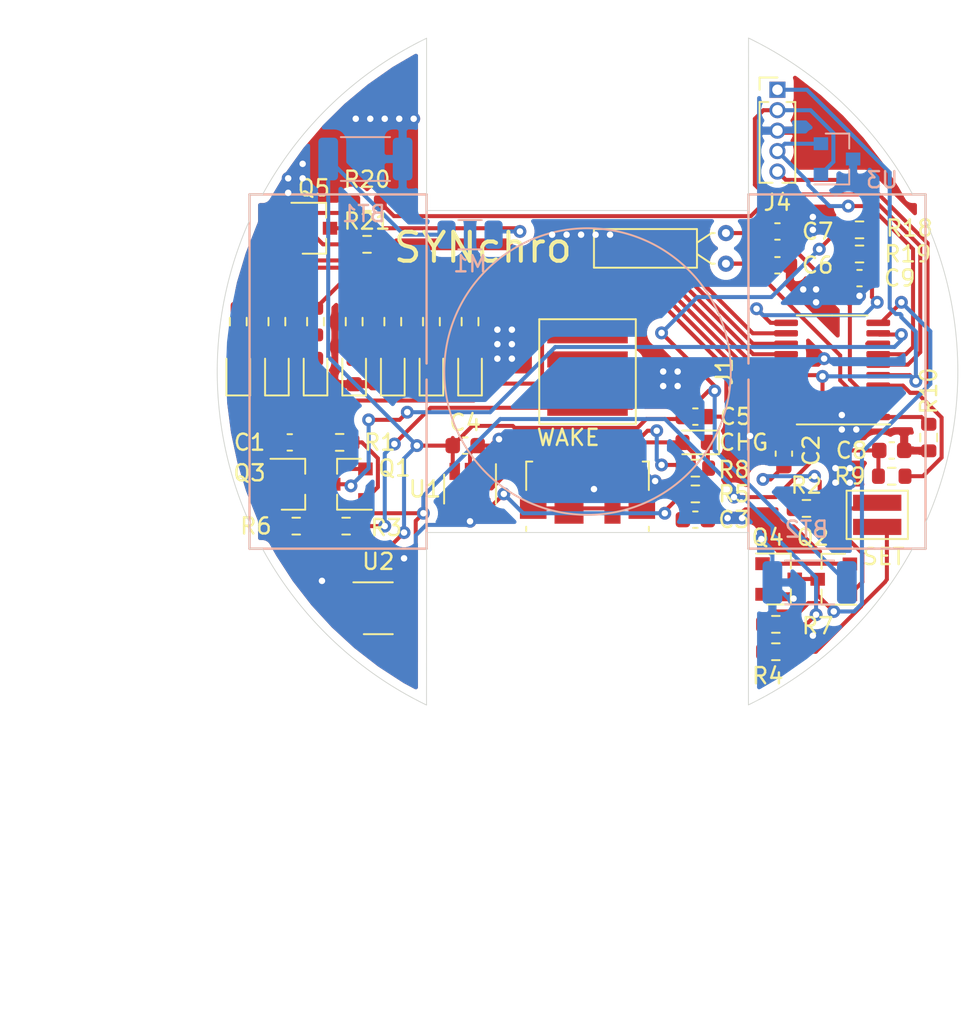
<source format=kicad_pcb>
(kicad_pcb (version 20171130) (host pcbnew 5.1.8-1.fc33)
  (layers (0 F.Cu signal) (31 B.Cu signal) (34 B.Paste user) (35 F.Paste user) (36 B.SilkS user) (37 F.SilkS user) (38 B.Mask user) (39 F.Mask user) (44 Edge.Cuts user))
  (net 0 "")
  (net 1 GND)
  (net 2 "Net-(C3-Pad1)")
  (net 3 "Net-(D2-Pad2)")
  (net 4 "Net-(D3-Pad2)")
  (net 5 "Net-(D4-Pad2)")
  (net 6 "Net-(D5-Pad2)")
  (net 7 "Net-(D6-Pad2)")
  (net 8 "Net-(D7-Pad2)")
  (net 9 "Net-(M1-Pad2)")
  (net 10 CLK)
  (net 11 RST)
  (net 12 DIO)
  (net 13 "Net-(Q1-Pad1)")
  (net 14 VBAT)
  (net 15 "Net-(Core1-Pad20)")
  (net 16 "Net-(Core1-Pad19)")
  (net 17 "Net-(Core1-Pad18)")
  (net 18 "Net-(Core1-Pad17)")
  (net 19 "Net-(Core1-Pad14)")
  (net 20 "Net-(Core1-Pad13)")
  (net 21 "Net-(Core1-Pad12)")
  (net 22 "Net-(Core1-Pad1)")
  (net 23 VIN)
  (net 24 "Net-(C1-Pad1)")
  (net 25 "Net-(C2-Pad1)")
  (net 26 "Net-(C6-Pad1)")
  (net 27 "Net-(C7-Pad1)")
  (net 28 "Net-(Core1-Pad8)")
  (net 29 WAKE)
  (net 30 SET)
  (net 31 "Net-(D1-Pad1)")
  (net 32 "Net-(D8-Pad2)")
  (net 33 "Net-(J1-Pad2)")
  (net 34 "Net-(J2-Pad2)")
  (net 35 "Net-(J3-Pad2)")
  (net 36 "Net-(J3-Pad3)")
  (net 37 "Net-(J3-Pad4)")
  (net 38 "Net-(J3-Pad6)")
  (net 39 "Net-(Q1-Pad2)")
  (net 40 "Net-(Q2-Pad2)")
  (net 41 "Net-(Q2-Pad1)")
  (net 42 "Net-(Q5-Pad1)")
  (net 43 "Net-(R5-Pad1)")
  (net 44 "Net-(R8-Pad2)")
  (net 45 "Net-(U2-Pad4)")
  (net 46 +3V3)
  (module "synchro mk2:touchplateS" (layer F.Cu) (at 248 108.9 90)
    (fp_text reference J2 hide)
    (fp_text value SET)
    (pad 2 smd rect (at -0.75 0 90) (size 1 3) (layers F.Cu F.Paste F.Mask) (net 34 "Net-(J2-Pad2)"))
    (pad 1 smd rect (at 0.75 0 90) (size 1 3) (layers F.Cu F.Paste F.Mask) (net 25 "Net-(C2-Pad1)"))
  )
  (module Crystal:Crystal_DS26_D2.0mm_L6.0mm_Horizontal (layer F.Cu) (at 238.6 91.4 270)
    (fp_text reference Crystal1 hide)
    (fp_text value 32.768)
    (pad 1 thru_hole circle (at 0 0 270) (size 1 1) (drill 0.5) (layers *.Cu *.Mask) (net 27 "Net-(C7-Pad1)"))
    (pad 2 thru_hole circle (at 1.9 0 270) (size 1 1) (drill 0.5) (layers *.Cu *.Mask) (net 26 "Net-(C6-Pad1)"))
  )
  (module Resistor_SMD:R_0603_1608Metric (layer F.Cu) (at 222.7 96.9 90)
    (fp_text reference R17 hide)
    (fp_text value 1k)
    (pad 1 smd roundrect (at -0.825 0 90) (size 0.8 0.95) (layers F.Cu F.Paste F.Mask) (net 32 "Net-(D8-Pad2)"))
    (pad 2 smd roundrect (at 0.825 0 90) (size 0.8 0.95) (layers F.Cu F.Paste F.Mask) (net 15 "Net-(Core1-Pad20)"))
  )
  (module Resistor_SMD:R_2010_5025Metric (layer B.Cu) (at 216.2 86.8)
    (fp_text reference BT1 (at -0.1 3.4) (layer B.SilkS) (effects (justify mirror)))
    (fp_text value Lipo)
    (pad 2 smd roundrect (at 2.3125 0) (size 1.225 2.65) (layers B.Cu B.Paste B.Mask) (roundrect_rratio 0.204082) (net 1 GND))
    (pad 1 smd roundrect (at -2.3125 0) (size 1.225 2.65) (layers B.Cu B.Paste B.Mask) (roundrect_rratio 0.204082) (net 23 VIN))
  )
  (module Resistor_SMD:R_2010_5025Metric (layer B.Cu) (at 243.8 113.1 180)
    (fp_text reference BT2 (at 0.2 3.3) (layer B.SilkS) (effects (justify mirror)))
    (fp_text value Lipo)
    (pad 1 smd roundrect (at -2.3125 0 180) (size 1.225 2.65) (layers B.Cu B.Paste B.Mask) (roundrect_rratio 0.204082) (net 23 VIN))
    (pad 2 smd roundrect (at 2.3125 0 180) (size 1.225 2.65) (layers B.Cu B.Paste B.Mask) (roundrect_rratio 0.204082) (net 1 GND))
  )
  (module Capacitor_SMD:C_0603_1608Metric (layer F.Cu) (at 211.5 104.4 180)
    (fp_text reference C1 (at 2.5 0) (layer F.SilkS))
    (fp_text value 222)
    (pad 1 smd roundrect (at -0.775 0 180) (size 0.9 0.95) (layers F.Cu F.Paste F.Mask) (net 24 "Net-(C1-Pad1)"))
    (pad 2 smd roundrect (at 0.775 0 180) (size 0.9 0.95) (layers F.Cu F.Paste F.Mask) (net 1 GND))
  )
  (module Capacitor_SMD:C_0603_1608Metric (layer F.Cu) (at 242.2 105.1 90)
    (fp_text reference C2 (at 0.2 1.7 90) (layer F.SilkS))
    (fp_text value 222)
    (pad 2 smd roundrect (at 0.775 0 90) (size 0.9 0.95) (layers F.Cu F.Paste F.Mask) (net 1 GND))
    (pad 1 smd roundrect (at -0.775 0 90) (size 0.9 0.95) (layers F.Cu F.Paste F.Mask) (net 25 "Net-(C2-Pad1)"))
  )
  (module Capacitor_SMD:C_0603_1608Metric (layer F.Cu) (at 236.7 109.2)
    (fp_text reference C3 (at 2.4 0) (layer F.SilkS))
    (fp_text value 475)
    (pad 2 smd roundrect (at 0.775 0) (size 0.9 0.95) (layers F.Cu F.Paste F.Mask) (net 1 GND))
    (pad 1 smd roundrect (at -0.775 0) (size 0.9 0.95) (layers F.Cu F.Paste F.Mask) (net 2 "Net-(C3-Pad1)"))
  )
  (module Capacitor_SMD:C_0603_1608Metric (layer F.Cu) (at 222.4 104.6)
    (fp_text reference C4 (at 0 -1.43) (layer F.SilkS))
    (fp_text value 475)
    (pad 1 smd roundrect (at -0.775 0) (size 0.9 0.95) (layers F.Cu F.Paste F.Mask) (net 23 VIN))
    (pad 2 smd roundrect (at 0.775 0) (size 0.9 0.95) (layers F.Cu F.Paste F.Mask) (net 1 GND))
  )
  (module Capacitor_SMD:C_0603_1608Metric (layer F.Cu) (at 236.7 102.8)
    (fp_text reference C5 (at 2.5 0) (layer F.SilkS))
    (fp_text value 225)
    (pad 1 smd roundrect (at -0.775 0) (size 0.9 0.95) (layers F.Cu F.Paste F.Mask) (net 23 VIN))
    (pad 2 smd roundrect (at 0.775 0) (size 0.9 0.95) (layers F.Cu F.Paste F.Mask) (net 1 GND))
  )
  (module Capacitor_SMD:C_0603_1608Metric (layer F.Cu) (at 241.8 93.4)
    (fp_text reference C6 (at 2.5 0) (layer F.SilkS))
    (fp_text value 10p)
    (pad 1 smd roundrect (at -0.775 0) (size 0.9 0.95) (layers F.Cu F.Paste F.Mask) (net 26 "Net-(C6-Pad1)"))
    (pad 2 smd roundrect (at 0.775 0) (size 0.9 0.95) (layers F.Cu F.Paste F.Mask) (net 1 GND))
  )
  (module Capacitor_SMD:C_0603_1608Metric (layer F.Cu) (at 241.8 91.3)
    (fp_text reference C7 (at 2.5 0) (layer F.SilkS))
    (fp_text value 10p)
    (pad 2 smd roundrect (at 0.775 0) (size 0.9 0.95) (layers F.Cu F.Paste F.Mask) (net 1 GND))
    (pad 1 smd roundrect (at -0.775 0) (size 0.9 0.95) (layers F.Cu F.Paste F.Mask) (net 27 "Net-(C7-Pad1)"))
  )
  (module Capacitor_SMD:C_0603_1608Metric (layer F.Cu) (at 248.9 104.9)
    (fp_text reference C8 (at -2.5 0) (layer F.SilkS))
    (fp_text value 225)
    (pad 2 smd roundrect (at 0.775 0) (size 0.9 0.95) (layers F.Cu F.Paste F.Mask) (net 1 GND))
    (pad 1 smd roundrect (at -0.775 0) (size 0.9 0.95) (layers F.Cu F.Paste F.Mask) (net 46 +3V3))
  )
  (module Capacitor_SMD:C_0603_1608Metric (layer F.Cu) (at 246.9 94.2 180)
    (fp_text reference C9 (at -2.5 0) (layer F.SilkS))
    (fp_text value 2.2u)
    (pad 1 smd roundrect (at -0.775 0 180) (size 0.9 0.95) (layers F.Cu F.Paste F.Mask) (net 14 VBAT))
    (pad 2 smd roundrect (at 0.775 0 180) (size 0.9 0.95) (layers F.Cu F.Paste F.Mask) (net 1 GND))
  )
  (module Package_SO:TSSOP-20_4.4x6.5mm_P0.65mm (layer F.Cu) (at 245.2 99.9 180)
    (fp_text reference Core1 hide)
    (fp_text value STM32F041F6Px)
    (pad 1 smd roundrect (at -2.8625 -2.925 180) (size 1.475 0.4) (layers F.Cu F.Paste F.Mask) (net 22 "Net-(Core1-Pad1)"))
    (pad 2 smd roundrect (at -2.8625 -2.275 180) (size 1.475 0.4) (layers F.Cu F.Paste F.Mask) (net 26 "Net-(C6-Pad1)"))
    (pad 3 smd roundrect (at -2.8625 -1.625 180) (size 1.475 0.4) (layers F.Cu F.Paste F.Mask) (net 27 "Net-(C7-Pad1)"))
    (pad 4 smd roundrect (at -2.8625 -0.975 180) (size 1.475 0.4) (layers F.Cu F.Paste F.Mask) (net 11 RST))
    (pad 5 smd roundrect (at -2.8625 -0.325 180) (size 1.475 0.4) (layers F.Cu F.Paste F.Mask) (net 46 +3V3))
    (pad 6 smd roundrect (at -2.8625 0.325 180) (size 1.475 0.4) (layers F.Cu F.Paste F.Mask) (net 10 CLK))
    (pad 7 smd roundrect (at -2.8625 0.975 180) (size 1.475 0.4) (layers F.Cu F.Paste F.Mask) (net 12 DIO))
    (pad 8 smd roundrect (at -2.8625 1.625 180) (size 1.475 0.4) (layers F.Cu F.Paste F.Mask) (net 28 "Net-(Core1-Pad8)"))
    (pad 9 smd roundrect (at -2.8625 2.275 180) (size 1.475 0.4) (layers F.Cu F.Paste F.Mask) (net 29 WAKE))
    (pad 10 smd roundrect (at -2.8625 2.925 180) (size 1.475 0.4) (layers F.Cu F.Paste F.Mask) (net 30 SET))
    (pad 11 smd roundrect (at 2.8625 2.925 180) (size 1.475 0.4) (layers F.Cu F.Paste F.Mask) (net 14 VBAT))
    (pad 12 smd roundrect (at 2.8625 2.275 180) (size 1.475 0.4) (layers F.Cu F.Paste F.Mask) (net 21 "Net-(Core1-Pad12)"))
    (pad 13 smd roundrect (at 2.8625 1.625 180) (size 1.475 0.4) (layers F.Cu F.Paste F.Mask) (net 20 "Net-(Core1-Pad13)"))
    (pad 14 smd roundrect (at 2.8625 0.975 180) (size 1.475 0.4) (layers F.Cu F.Paste F.Mask) (net 19 "Net-(Core1-Pad14)"))
    (pad 15 smd roundrect (at 2.8625 0.325 180) (size 1.475 0.4) (layers F.Cu F.Paste F.Mask) (net 1 GND))
    (pad 16 smd roundrect (at 2.8625 -0.325 180) (size 1.475 0.4) (layers F.Cu F.Paste F.Mask) (net 46 +3V3))
    (pad 17 smd roundrect (at 2.8625 -0.975 180) (size 1.475 0.4) (layers F.Cu F.Paste F.Mask) (net 18 "Net-(Core1-Pad17)"))
    (pad 18 smd roundrect (at 2.8625 -1.625 180) (size 1.475 0.4) (layers F.Cu F.Paste F.Mask) (net 17 "Net-(Core1-Pad18)"))
    (pad 19 smd roundrect (at 2.8625 -2.275 180) (size 1.475 0.4) (layers F.Cu F.Paste F.Mask) (net 16 "Net-(Core1-Pad19)"))
    (pad 20 smd roundrect (at 2.8625 -2.925 180) (size 1.475 0.4) (layers F.Cu F.Paste F.Mask) (net 15 "Net-(Core1-Pad20)"))
  )
  (module Diode_SMD:D_0603_1608Metric (layer F.Cu) (at 236.6875 104.4 180)
    (fp_text reference D1 hide)
    (fp_text value UV)
    (pad 1 smd roundrect (at -0.7875 0 180) (size 0.875 0.95) (layers F.Cu F.Paste F.Mask) (net 31 "Net-(D1-Pad1)"))
    (pad 2 smd roundrect (at 0.7875 0 180) (size 0.875 0.95) (layers F.Cu F.Paste F.Mask) (net 2 "Net-(C3-Pad1)"))
  )
  (module LED_SMD:LED_0603_1608Metric (layer F.Cu) (at 208.3 100 90)
    (fp_text reference D2 hide)
    (fp_text value LED0)
    (pad 1 smd roundrect (at -0.7875 0 90) (size 0.875 0.95) (layers F.Cu F.Paste F.Mask) (net 1 GND))
    (pad 2 smd roundrect (at 0.7875 0 90) (size 0.875 0.95) (layers F.Cu F.Paste F.Mask) (net 3 "Net-(D2-Pad2)"))
  )
  (module LED_SMD:LED_0603_1608Metric (layer F.Cu) (at 210.7 100 90)
    (fp_text reference D3 hide)
    (fp_text value LED1)
    (pad 2 smd roundrect (at 0.7875 0 90) (size 0.875 0.95) (layers F.Cu F.Paste F.Mask) (net 4 "Net-(D3-Pad2)"))
    (pad 1 smd roundrect (at -0.7875 0 90) (size 0.875 0.95) (layers F.Cu F.Paste F.Mask) (net 1 GND))
  )
  (module LED_SMD:LED_0603_1608Metric (layer F.Cu) (at 213.1 100 90)
    (fp_text reference D4 hide)
    (fp_text value LED2)
    (pad 1 smd roundrect (at -0.7875 0 90) (size 0.875 0.95) (layers F.Cu F.Paste F.Mask) (net 1 GND))
    (pad 2 smd roundrect (at 0.7875 0 90) (size 0.875 0.95) (layers F.Cu F.Paste F.Mask) (net 5 "Net-(D4-Pad2)"))
  )
  (module LED_SMD:LED_0603_1608Metric (layer F.Cu) (at 215.5 100 90)
    (fp_text reference D5 hide)
    (fp_text value LED3)
    (pad 2 smd roundrect (at 0.7875 0 90) (size 0.875 0.95) (layers F.Cu F.Paste F.Mask) (net 6 "Net-(D5-Pad2)"))
    (pad 1 smd roundrect (at -0.7875 0 90) (size 0.875 0.95) (layers F.Cu F.Paste F.Mask) (net 1 GND))
  )
  (module LED_SMD:LED_0603_1608Metric (layer F.Cu) (at 217.9 100 90)
    (fp_text reference D6 hide)
    (fp_text value LED4)
    (pad 1 smd roundrect (at -0.7875 0 90) (size 0.875 0.95) (layers F.Cu F.Paste F.Mask) (net 1 GND))
    (pad 2 smd roundrect (at 0.7875 0 90) (size 0.875 0.95) (layers F.Cu F.Paste F.Mask) (net 7 "Net-(D6-Pad2)"))
  )
  (module LED_SMD:LED_0603_1608Metric (layer F.Cu) (at 220.3 100 90)
    (fp_text reference D7 hide)
    (fp_text value LED5)
    (pad 2 smd roundrect (at 0.7875 0 90) (size 0.875 0.95) (layers F.Cu F.Paste F.Mask) (net 8 "Net-(D7-Pad2)"))
    (pad 1 smd roundrect (at -0.7875 0 90) (size 0.875 0.95) (layers F.Cu F.Paste F.Mask) (net 1 GND))
  )
  (module LED_SMD:LED_0603_1608Metric (layer F.Cu) (at 222.7 100 90)
    (fp_text reference D8 hide)
    (fp_text value LED6)
    (pad 1 smd roundrect (at -0.7875 0 90) (size 0.875 0.95) (layers F.Cu F.Paste F.Mask) (net 1 GND))
    (pad 2 smd roundrect (at 0.7875 0 90) (size 0.875 0.95) (layers F.Cu F.Paste F.Mask) (net 32 "Net-(D8-Pad2)"))
  )
  (module Connector_USB:USB_Micro-B_Molex_47346-0001 (layer F.Cu) (at 230 107.3)
    (fp_text reference J3 hide)
    (fp_text value USB_B_Micro)
    (pad 1 smd rect (at -1.3 -1.46) (size 0.45 1.38) (layers F.Cu F.Paste F.Mask) (net 2 "Net-(C3-Pad1)"))
    (pad 2 smd rect (at -0.65 -1.46) (size 0.45 1.38) (layers F.Cu F.Paste F.Mask) (net 35 "Net-(J3-Pad2)"))
    (pad 3 smd rect (at 0 -1.46) (size 0.45 1.38) (layers F.Cu F.Paste F.Mask) (net 36 "Net-(J3-Pad3)"))
    (pad 4 smd rect (at 0.65 -1.46) (size 0.45 1.38) (layers F.Cu F.Paste F.Mask) (net 37 "Net-(J3-Pad4)"))
    (pad 5 smd rect (at 1.3 -1.46) (size 0.45 1.38) (layers F.Cu F.Paste F.Mask) (net 1 GND))
    (pad 6 smd rect (at -2.4875 -1.375) (size 1.425 1.55) (layers F.Cu F.Paste F.Mask) (net 38 "Net-(J3-Pad6)"))
    (pad 6 smd rect (at 2.4875 -1.375) (size 1.425 1.55) (layers F.Cu F.Paste F.Mask) (net 38 "Net-(J3-Pad6)"))
    (pad 6 smd rect (at -3.375 1.2) (size 1.65 1.3) (layers F.Cu F.Paste F.Mask) (net 38 "Net-(J3-Pad6)"))
    (pad 6 smd rect (at 3.375 1.2) (size 1.65 1.3) (layers F.Cu F.Paste F.Mask) (net 38 "Net-(J3-Pad6)"))
    (pad 6 smd rect (at -1.15 1.2) (size 1.8 1.9) (layers F.Cu F.Paste F.Mask) (net 38 "Net-(J3-Pad6)"))
    (pad 6 smd rect (at 1.55 1.2) (size 1 1.9) (layers F.Cu F.Paste F.Mask) (net 38 "Net-(J3-Pad6)"))
  )
  (module Connector_PinHeader_1.27mm:PinHeader_1x05_P1.27mm_Vertical (layer F.Cu) (at 241.8 82.5)
    (fp_text reference J4 (at 0 7) (layer F.SilkS))
    (fp_text value programming)
    (pad 1 thru_hole rect (at 0 0) (size 1 1) (drill 0.65) (layers *.Cu *.Mask) (net 46 +3V3))
    (pad 2 thru_hole oval (at 0 1.27) (size 1 1) (drill 0.65) (layers *.Cu *.Mask) (net 10 CLK))
    (pad 3 thru_hole oval (at 0 2.54) (size 1 1) (drill 0.65) (layers *.Cu *.Mask) (net 1 GND))
    (pad 4 thru_hole oval (at 0 3.81) (size 1 1) (drill 0.65) (layers *.Cu *.Mask) (net 12 DIO))
    (pad 5 thru_hole oval (at 0 5.08) (size 1 1) (drill 0.65) (layers *.Cu *.Mask) (net 11 RST))
  )
  (module Resistor_SMD:R_1206_3216Metric (layer B.Cu) (at 222.7 91.5)
    (fp_text reference M1 (at 0 1.82) (layer B.SilkS) (effects (justify mirror)))
    (fp_text value Motor_DC)
    (pad 1 smd roundrect (at -1.4625 0) (size 1.125 1.75) (layers B.Cu B.Paste B.Mask) (roundrect_rratio 0.222222) (net 23 VIN))
    (pad 2 smd roundrect (at 1.4625 0) (size 1.125 1.75) (layers B.Cu B.Paste B.Mask) (roundrect_rratio 0.222222) (net 9 "Net-(M1-Pad2)"))
  )
  (module Package_TO_SOT_SMD:SOT-23 (layer F.Cu) (at 215.2 107 180)
    (fp_text reference Q1 (at -2.8 1) (layer F.SilkS))
    (fp_text value BC817)
    (pad 1 smd rect (at -1 -0.95 180) (size 0.9 0.8) (layers F.Cu F.Paste F.Mask) (net 13 "Net-(Q1-Pad1)"))
    (pad 2 smd rect (at -1 0.95 180) (size 0.9 0.8) (layers F.Cu F.Paste F.Mask) (net 39 "Net-(Q1-Pad2)"))
    (pad 3 smd rect (at 1 0 180) (size 0.9 0.8) (layers F.Cu F.Paste F.Mask) (net 29 WAKE))
  )
  (module Package_TO_SOT_SMD:SOT-23 (layer F.Cu) (at 245.3 112.9 180)
    (fp_text reference Q2 (at 1.3 2.6) (layer F.SilkS))
    (fp_text value BC817)
    (pad 3 smd rect (at 1 0 180) (size 0.9 0.8) (layers F.Cu F.Paste F.Mask) (net 30 SET))
    (pad 2 smd rect (at -1 0.95 180) (size 0.9 0.8) (layers F.Cu F.Paste F.Mask) (net 40 "Net-(Q2-Pad2)"))
    (pad 1 smd rect (at -1 -0.95 180) (size 0.9 0.8) (layers F.Cu F.Paste F.Mask) (net 41 "Net-(Q2-Pad1)"))
  )
  (module Package_TO_SOT_SMD:SOT-23 (layer F.Cu) (at 211.7 107)
    (fp_text reference Q3 (at -2.7 -0.7) (layer F.SilkS))
    (fp_text value BC817)
    (pad 3 smd rect (at 1 0) (size 0.9 0.8) (layers F.Cu F.Paste F.Mask) (net 29 WAKE))
    (pad 2 smd rect (at -1 0.95) (size 0.9 0.8) (layers F.Cu F.Paste F.Mask) (net 1 GND))
    (pad 1 smd rect (at -1 -0.95) (size 0.9 0.8) (layers F.Cu F.Paste F.Mask) (net 39 "Net-(Q1-Pad2)"))
  )
  (module Package_TO_SOT_SMD:SOT-23 (layer F.Cu) (at 241.875001 112.885001)
    (fp_text reference Q4 (at -0.675001 -2.585001) (layer F.SilkS))
    (fp_text value BC817)
    (pad 1 smd rect (at -1 -0.95) (size 0.9 0.8) (layers F.Cu F.Paste F.Mask) (net 40 "Net-(Q2-Pad2)"))
    (pad 2 smd rect (at -1 0.95) (size 0.9 0.8) (layers F.Cu F.Paste F.Mask) (net 1 GND))
    (pad 3 smd rect (at 1 0) (size 0.9 0.8) (layers F.Cu F.Paste F.Mask) (net 30 SET))
  )
  (module Package_TO_SOT_SMD:SOT-23 (layer F.Cu) (at 213 91.1)
    (fp_text reference Q5 (at 0 -2.5) (layer F.SilkS))
    (fp_text value IRLML0030TR)
    (pad 3 smd rect (at 1 0) (size 0.9 0.8) (layers F.Cu F.Paste F.Mask) (net 9 "Net-(M1-Pad2)"))
    (pad 2 smd rect (at -1 0.95) (size 0.9 0.8) (layers F.Cu F.Paste F.Mask) (net 1 GND))
    (pad 1 smd rect (at -1 -0.95) (size 0.9 0.8) (layers F.Cu F.Paste F.Mask) (net 42 "Net-(Q5-Pad1)"))
  )
  (module Resistor_SMD:R_0603_1608Metric (layer F.Cu) (at 214.6 104.4 180)
    (fp_text reference R1 (at -2.5 0) (layer F.SilkS))
    (fp_text value 100k)
    (pad 1 smd roundrect (at -0.825 0 180) (size 0.8 0.95) (layers F.Cu F.Paste F.Mask) (net 13 "Net-(Q1-Pad1)"))
    (pad 2 smd roundrect (at 0.825 0 180) (size 0.8 0.95) (layers F.Cu F.Paste F.Mask) (net 24 "Net-(C1-Pad1)"))
  )
  (module Resistor_SMD:R_0603_1608Metric (layer F.Cu) (at 243.6 108.5)
    (fp_text reference R2 (at 0 -1.43) (layer F.SilkS))
    (fp_text value 100k)
    (pad 1 smd roundrect (at -0.825 0) (size 0.8 0.95) (layers F.Cu F.Paste F.Mask) (net 41 "Net-(Q2-Pad1)"))
    (pad 2 smd roundrect (at 0.825 0) (size 0.8 0.95) (layers F.Cu F.Paste F.Mask) (net 25 "Net-(C2-Pad1)"))
  )
  (module Resistor_SMD:R_0603_1608Metric (layer F.Cu) (at 215 109.6)
    (fp_text reference R3 (at 2.5 0.1) (layer F.SilkS))
    (fp_text value 100k)
    (pad 2 smd roundrect (at 0.825 0) (size 0.8 0.95) (layers F.Cu F.Paste F.Mask) (net 33 "Net-(J1-Pad2)"))
    (pad 1 smd roundrect (at -0.825 0) (size 0.8 0.95) (layers F.Cu F.Paste F.Mask) (net 46 +3V3))
  )
  (module Resistor_SMD:R_0603_1608Metric (layer F.Cu) (at 241.7 117.4)
    (fp_text reference R4 (at -0.5 1.5) (layer F.SilkS))
    (fp_text value 100k)
    (pad 2 smd roundrect (at 0.825 0) (size 0.8 0.95) (layers F.Cu F.Paste F.Mask) (net 34 "Net-(J2-Pad2)"))
    (pad 1 smd roundrect (at -0.825 0) (size 0.8 0.95) (layers F.Cu F.Paste F.Mask) (net 46 +3V3))
  )
  (module Resistor_SMD:R_0603_1608Metric (layer F.Cu) (at 236.7 107.6)
    (fp_text reference R5 (at 2.4 0) (layer F.SilkS))
    (fp_text value 12k)
    (pad 2 smd roundrect (at 0.825 0) (size 0.8 0.95) (layers F.Cu F.Paste F.Mask) (net 1 GND))
    (pad 1 smd roundrect (at -0.825 0) (size 0.8 0.95) (layers F.Cu F.Paste F.Mask) (net 43 "Net-(R5-Pad1)"))
  )
  (module Resistor_SMD:R_0603_1608Metric (layer F.Cu) (at 211.9 109.6)
    (fp_text reference R6 (at -2.5 0) (layer F.SilkS))
    (fp_text value 39k)
    (pad 2 smd roundrect (at 0.825 0) (size 0.8 0.95) (layers F.Cu F.Paste F.Mask) (net 46 +3V3))
    (pad 1 smd roundrect (at -0.825 0) (size 0.8 0.95) (layers F.Cu F.Paste F.Mask) (net 29 WAKE))
  )
  (module Resistor_SMD:R_0603_1608Metric (layer F.Cu) (at 241.7 115.7)
    (fp_text reference R7 (at 2.6 0.1) (layer F.SilkS))
    (fp_text value 39k)
    (pad 1 smd roundrect (at -0.825 0) (size 0.8 0.95) (layers F.Cu F.Paste F.Mask) (net 30 SET))
    (pad 2 smd roundrect (at 0.825 0) (size 0.8 0.95) (layers F.Cu F.Paste F.Mask) (net 46 +3V3))
  )
  (module Resistor_SMD:R_0603_1608Metric (layer F.Cu) (at 236.7 106 180)
    (fp_text reference R8 (at -2.4 -0.1) (layer F.SilkS))
    (fp_text value 470R)
    (pad 1 smd roundrect (at -0.825 0 180) (size 0.8 0.95) (layers F.Cu F.Paste F.Mask) (net 31 "Net-(D1-Pad1)"))
    (pad 2 smd roundrect (at 0.825 0 180) (size 0.8 0.95) (layers F.Cu F.Paste F.Mask) (net 44 "Net-(R8-Pad2)"))
  )
  (module Resistor_SMD:R_0603_1608Metric (layer F.Cu) (at 248.9 106.5)
    (fp_text reference R9 (at -2.6 0) (layer F.SilkS))
    (fp_text value 10k)
    (pad 1 smd roundrect (at -0.825 0) (size 0.8 0.95) (layers F.Cu F.Paste F.Mask) (net 46 +3V3))
    (pad 2 smd roundrect (at 0.825 0) (size 0.8 0.95) (layers F.Cu F.Paste F.Mask) (net 11 RST))
  )
  (module Resistor_SMD:R_0603_1608Metric (layer F.Cu) (at 251.2 104.1 270)
    (fp_text reference R10 (at -2.9 0 90) (layer F.SilkS))
    (fp_text value 10k)
    (pad 2 smd roundrect (at 0.825 0 270) (size 0.8 0.95) (layers F.Cu F.Paste F.Mask) (net 1 GND))
    (pad 1 smd roundrect (at -0.825 0 270) (size 0.8 0.95) (layers F.Cu F.Paste F.Mask) (net 22 "Net-(Core1-Pad1)"))
  )
  (module Resistor_SMD:R_0603_1608Metric (layer F.Cu) (at 208.3 96.9 90)
    (fp_text reference R11 hide)
    (fp_text value 1k)
    (pad 1 smd roundrect (at -0.825 0 90) (size 0.8 0.95) (layers F.Cu F.Paste F.Mask) (net 3 "Net-(D2-Pad2)"))
    (pad 2 smd roundrect (at 0.825 0 90) (size 0.8 0.95) (layers F.Cu F.Paste F.Mask) (net 21 "Net-(Core1-Pad12)"))
  )
  (module Resistor_SMD:R_0603_1608Metric (layer F.Cu) (at 210.7 96.9 90)
    (fp_text reference R12 hide)
    (fp_text value 1k)
    (pad 2 smd roundrect (at 0.825 0 90) (size 0.8 0.95) (layers F.Cu F.Paste F.Mask) (net 20 "Net-(Core1-Pad13)"))
    (pad 1 smd roundrect (at -0.825 0 90) (size 0.8 0.95) (layers F.Cu F.Paste F.Mask) (net 4 "Net-(D3-Pad2)"))
  )
  (module Resistor_SMD:R_0603_1608Metric (layer F.Cu) (at 213.1 96.9 90)
    (fp_text reference R13 hide)
    (fp_text value 1k)
    (pad 1 smd roundrect (at -0.825 0 90) (size 0.8 0.95) (layers F.Cu F.Paste F.Mask) (net 5 "Net-(D4-Pad2)"))
    (pad 2 smd roundrect (at 0.825 0 90) (size 0.8 0.95) (layers F.Cu F.Paste F.Mask) (net 19 "Net-(Core1-Pad14)"))
  )
  (module Resistor_SMD:R_0603_1608Metric (layer F.Cu) (at 215.5 96.9 90)
    (fp_text reference R14 hide)
    (fp_text value 1k)
    (pad 2 smd roundrect (at 0.825 0 90) (size 0.8 0.95) (layers F.Cu F.Paste F.Mask) (net 18 "Net-(Core1-Pad17)"))
    (pad 1 smd roundrect (at -0.825 0 90) (size 0.8 0.95) (layers F.Cu F.Paste F.Mask) (net 6 "Net-(D5-Pad2)"))
  )
  (module Resistor_SMD:R_0603_1608Metric (layer F.Cu) (at 217.9 96.9 90)
    (fp_text reference R15 hide)
    (fp_text value 1k)
    (pad 1 smd roundrect (at -0.825 0 90) (size 0.8 0.95) (layers F.Cu F.Paste F.Mask) (net 7 "Net-(D6-Pad2)"))
    (pad 2 smd roundrect (at 0.825 0 90) (size 0.8 0.95) (layers F.Cu F.Paste F.Mask) (net 17 "Net-(Core1-Pad18)"))
  )
  (module Resistor_SMD:R_0603_1608Metric (layer F.Cu) (at 220.3 96.9 90)
    (fp_text reference R16 hide)
    (fp_text value 1k)
    (pad 2 smd roundrect (at 0.825 0 90) (size 0.8 0.95) (layers F.Cu F.Paste F.Mask) (net 16 "Net-(Core1-Pad19)"))
    (pad 1 smd roundrect (at -0.825 0 90) (size 0.8 0.95) (layers F.Cu F.Paste F.Mask) (net 8 "Net-(D7-Pad2)"))
  )
  (module Resistor_SMD:R_0603_1608Metric (layer F.Cu) (at 246.9 91.2)
    (fp_text reference R18 (at 3.1 -0.1) (layer F.SilkS))
    (fp_text value 47k)
    (pad 2 smd roundrect (at 0.825 0) (size 0.8 0.95) (layers F.Cu F.Paste F.Mask) (net 14 VBAT))
    (pad 1 smd roundrect (at -0.825 0) (size 0.8 0.95) (layers F.Cu F.Paste F.Mask) (net 23 VIN))
  )
  (module Resistor_SMD:R_0603_1608Metric (layer F.Cu) (at 246.9 92.7 180)
    (fp_text reference R19 (at -3 0) (layer F.SilkS))
    (fp_text value 47k)
    (pad 2 smd roundrect (at 0.825 0 180) (size 0.8 0.95) (layers F.Cu F.Paste F.Mask) (net 1 GND))
    (pad 1 smd roundrect (at -0.825 0 180) (size 0.8 0.95) (layers F.Cu F.Paste F.Mask) (net 14 VBAT))
  )
  (module Resistor_SMD:R_0603_1608Metric (layer F.Cu) (at 216.3 89.5)
    (fp_text reference R20 (at 0 -1.43) (layer F.SilkS))
    (fp_text value 220R)
    (pad 1 smd roundrect (at -0.825 0) (size 0.8 0.95) (layers F.Cu F.Paste F.Mask) (net 42 "Net-(Q5-Pad1)"))
    (pad 2 smd roundrect (at 0.825 0) (size 0.8 0.95) (layers F.Cu F.Paste F.Mask) (net 10 CLK))
  )
  (module Resistor_SMD:R_0603_1608Metric (layer F.Cu) (at 216.3 92.1)
    (fp_text reference R21 (at 0 -1.43) (layer F.SilkS))
    (fp_text value 15k)
    (pad 1 smd roundrect (at -0.825 0) (size 0.8 0.95) (layers F.Cu F.Paste F.Mask) (net 42 "Net-(Q5-Pad1)"))
    (pad 2 smd roundrect (at 0.825 0) (size 0.8 0.95) (layers F.Cu F.Paste F.Mask) (net 1 GND))
  )
  (module Package_TO_SOT_SMD:SOT-23-5 (layer F.Cu) (at 222.7 107.3 270)
    (fp_text reference U1 (at 0 2.8 180) (layer F.SilkS))
    (fp_text value MCP73831-2-OT)
    (pad 5 smd rect (at 1.1 -0.95 270) (size 1.06 0.65) (layers F.Cu F.Paste F.Mask) (net 43 "Net-(R5-Pad1)"))
    (pad 4 smd rect (at 1.1 0.95 270) (size 1.06 0.65) (layers F.Cu F.Paste F.Mask) (net 2 "Net-(C3-Pad1)"))
    (pad 3 smd rect (at -1.1 0.95 270) (size 1.06 0.65) (layers F.Cu F.Paste F.Mask) (net 23 VIN))
    (pad 2 smd rect (at -1.1 0 270) (size 1.06 0.65) (layers F.Cu F.Paste F.Mask) (net 1 GND))
    (pad 1 smd rect (at -1.1 -0.95 270) (size 1.06 0.65) (layers F.Cu F.Paste F.Mask) (net 44 "Net-(R8-Pad2)"))
  )
  (module Package_TO_SOT_SMD:SOT-23-5 (layer F.Cu) (at 217 114.7)
    (fp_text reference U2 (at 0 -2.9) (layer F.SilkS))
    (fp_text value TC1185-3.3)
    (pad 1 smd rect (at -1.1 -0.95) (size 1.06 0.65) (layers F.Cu F.Paste F.Mask) (net 23 VIN))
    (pad 2 smd rect (at -1.1 0) (size 1.06 0.65) (layers F.Cu F.Paste F.Mask) (net 1 GND))
    (pad 3 smd rect (at -1.1 0.95) (size 1.06 0.65) (layers F.Cu F.Paste F.Mask) (net 23 VIN))
    (pad 4 smd rect (at 1.1 0.95) (size 1.06 0.65) (layers F.Cu F.Paste F.Mask) (net 45 "Net-(U2-Pad4)"))
    (pad 5 smd rect (at 1.1 -0.95) (size 1.06 0.65) (layers F.Cu F.Paste F.Mask) (net 46 +3V3))
  )
  (module Package_TO_SOT_SMD:SOT-23 (layer B.Cu) (at 245.5 86.8)
    (fp_text reference U3 (at 2.8 1.3) (layer B.SilkS) (effects (justify mirror)))
    (fp_text value SS311PT)
    (pad 1 smd rect (at -1 0.95) (size 0.9 0.8) (layers B.Cu B.Paste B.Mask) (net 10 CLK))
    (pad 2 smd rect (at -1 -0.95) (size 0.9 0.8) (layers B.Cu B.Paste B.Mask) (net 12 DIO))
    (pad 3 smd rect (at 1 0) (size 0.9 0.8) (layers B.Cu B.Paste B.Mask) (net 1 GND))
  )
  (module "synchro mk2:touchplate" (layer F.Cu) (at 230 100 270)
    (fp_text reference J1 (at 0 -8.5 90) (layer F.SilkS))
    (fp_text value WAKE)
    (pad 1 smd rect (at -2.25 0 270) (size 1 5) (layers F.Cu F.Paste F.Mask) (net 24 "Net-(C1-Pad1)"))
    (pad 2 smd rect (at -0.75 0 270) (size 1 5) (layers F.Cu F.Paste F.Mask) (net 33 "Net-(J1-Pad2)"))
    (pad 1 smd rect (at 0.75 0 270) (size 1 5) (layers F.Cu F.Paste F.Mask) (net 24 "Net-(C1-Pad1)"))
    (pad 2 smd rect (at 2.25 0 270) (size 1 5) (layers F.Cu F.Paste F.Mask) (net 33 "Net-(J1-Pad2)"))
  )
  (gr_line (start 250.2 89) (end 251 89) (layer Edge.Cuts) (width 0.05))
  (gr_line (start 251 89) (end 251 90.6) (layer Edge.Cuts) (width 0.05))
  (gr_line (start 209.8 111) (end 209 111) (layer Edge.Cuts) (width 0.05))
  (gr_line (start 209 111) (end 209 109.4) (layer Edge.Cuts) (width 0.05))
  (gr_line (start 250.189496 110.99428) (end 251 111) (layer Edge.Cuts) (width 0.05))
  (gr_line (start 251 111) (end 251 109.4) (layer Edge.Cuts) (width 0.05))
  (gr_text SET (at 248.4 111.5) (layer F.SilkS) (effects (font (size 1 1))))
  (gr_text WAKE (at 228.8 104.1) (layer F.SilkS) (effects (font (size 1 1))))
  (gr_text SYNchro (at 223.5 92.3) (layer F.SilkS) (effects (font (size 1.8 1.8) (thickness 0.25))))
  (gr_arc (start 230 100) (end 209 90.6) (angle -48.22839708) (layer Edge.Cuts) (width 0.05))
  (gr_line (start 209 111) (end 209 89) (layer B.SilkS) (width 0.15))
  (gr_line (start 220 89) (end 220 99.5) (layer B.SilkS) (width 0.15))
  (gr_line (start 209 89) (end 209 90.6) (layer Edge.Cuts) (width 0.05))
  (gr_text CHG (at 239.7 104.4) (layer F.SilkS) (effects (font (size 1 1))))
  (gr_arc (start 230 100) (end 251 109.4) (angle -48.22839708) (layer Edge.Cuts) (width 0.05))
  (gr_line (start 209.810505 89.00572) (end 209 89) (layer Edge.Cuts) (width 0.05))
  (gr_arc (start 230 100) (end 250.2 89) (angle -35.64449793) (layer Edge.Cuts) (width 0.05))
  (gr_arc (start 230 100) (end 239.999999 120.699999) (angle -35.64449592) (layer Edge.Cuts) (width 0.05))
  (gr_arc (start 230 100) (end 209.8 111) (angle -35.64449012) (layer Edge.Cuts) (width 0.05))
  (gr_arc (start 230 100) (end 220.000001 79.300002) (angle -35.64449483) (layer Edge.Cuts) (width 0.05))
  (gr_line (start 240 110) (end 239.999999 120.699999) (layer Edge.Cuts) (width 0.05))
  (gr_line (start 220 110) (end 240 110) (layer Edge.Cuts) (width 0.05))
  (gr_line (start 219.994796 120.710768) (end 220 110) (layer Edge.Cuts) (width 0.05))
  (gr_line (start 220 90) (end 220.000001 79.300002) (layer Edge.Cuts) (width 0.05))
  (gr_line (start 240 90) (end 220 90) (layer Edge.Cuts) (width 0.05))
  (gr_line (start 240.005201 79.289231) (end 240 90) (layer Edge.Cuts) (width 0.05))
  (gr_line (start 209 89) (end 220 89) (layer B.SilkS) (width 0.15))
  (gr_line (start 220 111) (end 209 111) (layer B.SilkS) (width 0.15))
  (gr_line (start 220 100.5) (end 220 111) (layer B.SilkS) (width 0.15))
  (gr_line (start 240 99.5) (end 240 89) (layer B.SilkS) (width 0.15))
  (gr_circle (center 230 100) (end 238.9 100) (layer B.SilkS) (width 0.12))
  (gr_line (start 240 89) (end 251 89) (layer B.SilkS) (width 0.15))
  (gr_line (start 251 111) (end 240 111) (layer B.SilkS) (width 0.15))
  (gr_line (start 251 89) (end 251 111) (layer B.SilkS) (width 0.15))
  (gr_line (start 240 111) (end 240 100.5) (layer B.SilkS) (width 0.15))
  (via (at 217.4 84.3) (size 0.8) (drill 0.4) (layers F.Cu B.Cu) (net 1))
  (via (at 218.3 84.3) (size 0.8) (drill 0.4) (layers F.Cu B.Cu) (net 1))
  (via (at 230.4 107.3) (size 0.8) (drill 0.4) (layers F.Cu B.Cu) (net 1))
  (segment (start 230.78 107.3) (end 230.4 107.3) (width 0.25) (layer F.Cu) (net 1))
  (segment (start 231.3 106.78) (end 230.78 107.3) (width 0.25) (layer F.Cu) (net 1))
  (segment (start 231.3 105.84) (end 231.3 106.78) (width 0.25) (layer F.Cu) (net 1))
  (segment (start 233.7 107.3) (end 234.2 106.8) (width 0.25) (layer B.Cu) (net 1))
  (via (at 234.2 106.8) (size 0.8) (drill 0.4) (layers F.Cu B.Cu) (net 1))
  (segment (start 230.4 107.3) (end 233.7 107.3) (width 0.25) (layer B.Cu) (net 1))
  (segment (start 209.924999 105.200001) (end 210.725 104.4) (width 0.25) (layer F.Cu) (net 1))
  (segment (start 209.924999 107.174999) (end 209.924999 105.200001) (width 0.25) (layer F.Cu) (net 1))
  (segment (start 210.7 107.95) (end 209.924999 107.174999) (width 0.25) (layer F.Cu) (net 1))
  (segment (start 222.7 105.075) (end 223.175 104.6) (width 0.25) (layer F.Cu) (net 1))
  (segment (start 222.7 106.2) (end 222.7 105.075) (width 0.25) (layer F.Cu) (net 1))
  (via (at 224.5 104.2) (size 0.8) (drill 0.4) (layers F.Cu B.Cu) (net 1))
  (via (at 244.7 99.2) (size 0.8) (drill 0.4) (layers F.Cu B.Cu) (net 1))
  (segment (start 244.325 99.575) (end 244.7 99.2) (width 0.25) (layer F.Cu) (net 1))
  (segment (start 242.3375 99.575) (end 244.325 99.575) (width 0.25) (layer F.Cu) (net 1))
  (via (at 224.4 98.3) (size 0.8) (drill 0.4) (layers F.Cu B.Cu) (net 1))
  (via (at 224.4 99.2) (size 0.8) (drill 0.4) (layers F.Cu B.Cu) (net 1))
  (via (at 225.3 99.2) (size 0.8) (drill 0.4) (layers F.Cu B.Cu) (net 1))
  (via (at 225.3 98.3) (size 0.8) (drill 0.4) (layers F.Cu B.Cu) (net 1))
  (via (at 225.3 97.4) (size 0.8) (drill 0.4) (layers F.Cu B.Cu) (net 1))
  (via (at 224.4 97.4) (size 0.8) (drill 0.4) (layers F.Cu B.Cu) (net 1))
  (via (at 213.5 113) (size 0.8) (drill 0.4) (layers F.Cu B.Cu) (net 1))
  (segment (start 215.2 114.7) (end 213.5 113) (width 0.25) (layer F.Cu) (net 1))
  (segment (start 215.9 114.7) (end 215.2 114.7) (width 0.25) (layer F.Cu) (net 1))
  (via (at 243.4 94.9) (size 0.8) (drill 0.4) (layers F.Cu B.Cu) (net 1))
  (via (at 244.2 94.9) (size 0.8) (drill 0.4) (layers F.Cu B.Cu) (net 1))
  (via (at 244.2 95.7) (size 0.8) (drill 0.4) (layers F.Cu B.Cu) (net 1))
  (via (at 238.7 109.1) (size 0.8) (drill 0.4) (layers F.Cu B.Cu) (net 1))
  (via (at 239.6 109.1) (size 0.8) (drill 0.4) (layers F.Cu B.Cu) (net 1))
  (via (at 240.1 104) (size 0.8) (drill 0.4) (layers F.Cu B.Cu) (net 1))
  (segment (start 238.9 102.8) (end 240.1 104) (width 0.25) (layer F.Cu) (net 1))
  (segment (start 237.475 102.8) (end 238.9 102.8) (width 0.25) (layer F.Cu) (net 1))
  (segment (start 224.300001 104.599999) (end 224.7 104.2) (width 0.25) (layer F.Cu) (net 1))
  (segment (start 223.175 104.6) (end 224.300001 104.599999) (width 0.25) (layer F.Cu) (net 1))
  (via (at 234.7 100) (size 0.8) (drill 0.4) (layers F.Cu B.Cu) (net 1))
  (via (at 234.7 100.9) (size 0.8) (drill 0.4) (layers F.Cu B.Cu) (net 1))
  (via (at 235.6 100.9) (size 0.8) (drill 0.4) (layers F.Cu B.Cu) (net 1))
  (via (at 235.6 100) (size 0.8) (drill 0.4) (layers F.Cu B.Cu) (net 1))
  (via (at 245.8 102.7) (size 0.8) (drill 0.4) (layers F.Cu B.Cu) (net 1))
  (via (at 245.8 103.6) (size 0.8) (drill 0.4) (layers F.Cu B.Cu) (net 1))
  (via (at 246.7 103.6) (size 0.8) (drill 0.4) (layers F.Cu B.Cu) (net 1))
  (via (at 227.8 91.5) (size 0.8) (drill 0.4) (layers F.Cu B.Cu) (net 1))
  (via (at 228.7 91.5) (size 0.8) (drill 0.4) (layers F.Cu B.Cu) (net 1))
  (via (at 229.6 91.5) (size 0.8) (drill 0.4) (layers F.Cu B.Cu) (net 1))
  (via (at 230.5 91.5) (size 0.8) (drill 0.4) (layers F.Cu B.Cu) (net 1))
  (via (at 231.4 91.5) (size 0.8) (drill 0.4) (layers F.Cu B.Cu) (net 1))
  (via (at 219.2 84.3) (size 0.8) (drill 0.4) (layers F.Cu B.Cu) (net 1))
  (via (at 215.6 84.3) (size 0.8) (drill 0.4) (layers F.Cu B.Cu) (net 1))
  (via (at 216.5 84.3) (size 0.8) (drill 0.4) (layers F.Cu B.Cu) (net 1))
  (via (at 246.9 95.3) (size 0.8) (drill 0.4) (layers F.Cu B.Cu) (net 1))
  (segment (start 246.125 94.325) (end 247.1 95.3) (width 0.25) (layer F.Cu) (net 1))
  (segment (start 246.125 94.2) (end 246.125 94.325) (width 0.25) (layer F.Cu) (net 1))
  (via (at 244 90.4) (size 0.8) (drill 0.4) (layers F.Cu B.Cu) (net 1))
  (via (at 244 91.2) (size 0.8) (drill 0.4) (layers F.Cu B.Cu) (net 1))
  (via (at 211.4 88) (size 0.8) (drill 0.4) (layers F.Cu B.Cu) (net 1))
  (via (at 212.3 88) (size 0.8) (drill 0.4) (layers F.Cu B.Cu) (net 1))
  (via (at 212.3 87.1) (size 0.8) (drill 0.4) (layers F.Cu B.Cu) (net 1))
  (via (at 211.4 88.9) (size 0.8) (drill 0.4) (layers F.Cu B.Cu) (net 1))
  (via (at 246.3 106) (size 0.8) (drill 0.4) (layers F.Cu B.Cu) (net 1))
  (via (at 246.3 106.9) (size 0.8) (drill 0.4) (layers F.Cu B.Cu) (net 1))
  (via (at 245.4 106) (size 0.8) (drill 0.4) (layers F.Cu B.Cu) (net 1))
  (via (at 245.4 106.9) (size 0.8) (drill 0.4) (layers F.Cu B.Cu) (net 1))
  (via (at 240.8 110.4) (size 0.8) (drill 0.4) (layers F.Cu B.Cu) (net 1))
  (via (at 244 116.4) (size 0.8) (drill 0.4) (layers F.Cu B.Cu) (net 1))
  (segment (start 241.4875 111.0875) (end 240.8 110.4) (width 0.25) (layer B.Cu) (net 1))
  (segment (start 241.4875 113.1) (end 241.4875 111.0875) (width 0.25) (layer B.Cu) (net 1))
  (segment (start 222.8125 100.7875) (end 224.4 99.2) (width 0.25) (layer F.Cu) (net 1))
  (segment (start 222.7 100.7875) (end 222.8125 100.7875) (width 0.25) (layer F.Cu) (net 1))
  (via (at 218.6 111.6) (size 0.8) (drill 0.4) (layers F.Cu B.Cu) (net 1))
  (via (at 222.7 109.3) (size 0.8) (drill 0.4) (layers F.Cu B.Cu) (net 1))
  (segment (start 219.974999 109.525001) (end 222.474999 109.525001) (width 0.25) (layer B.Cu) (net 1))
  (segment (start 219.325001 110.174999) (end 219.974999 109.525001) (width 0.25) (layer B.Cu) (net 1))
  (segment (start 222.474999 109.525001) (end 222.7 109.3) (width 0.25) (layer B.Cu) (net 1))
  (segment (start 219.325001 110.874999) (end 219.325001 110.174999) (width 0.25) (layer B.Cu) (net 1))
  (segment (start 218.6 111.6) (end 219.325001 110.874999) (width 0.25) (layer B.Cu) (net 1))
  (via (at 242.8 114.1) (size 0.8) (drill 0.4) (layers F.Cu B.Cu) (net 1))
  (segment (start 242.535001 113.835001) (end 242.8 114.1) (width 0.25) (layer F.Cu) (net 1))
  (segment (start 240.875001 113.835001) (end 242.535001 113.835001) (width 0.25) (layer F.Cu) (net 1))
  (segment (start 242.4875 114.1) (end 241.4875 113.1) (width 0.25) (layer B.Cu) (net 1))
  (segment (start 242.8 114.1) (end 242.4875 114.1) (width 0.25) (layer B.Cu) (net 1))
  (segment (start 228.7 105.039998) (end 228.7 105.84) (width 0.25) (layer F.Cu) (net 2))
  (segment (start 228.485001 104.824999) (end 228.7 105.039998) (width 0.25) (layer F.Cu) (net 2))
  (segment (start 224.038003 107.251999) (end 226.465003 104.824999) (width 0.25) (layer F.Cu) (net 2))
  (segment (start 222.898001 107.251999) (end 224.038003 107.251999) (width 0.25) (layer F.Cu) (net 2))
  (segment (start 226.465003 104.824999) (end 228.485001 104.824999) (width 0.25) (layer F.Cu) (net 2))
  (segment (start 221.75 108.4) (end 222.898001 107.251999) (width 0.25) (layer F.Cu) (net 2))
  (segment (start 229.289998 104.4) (end 235.9 104.4) (width 0.25) (layer F.Cu) (net 2))
  (segment (start 228.7 104.989998) (end 229.289998 104.4) (width 0.25) (layer F.Cu) (net 2))
  (segment (start 228.7 105.84) (end 228.7 104.989998) (width 0.25) (layer F.Cu) (net 2))
  (segment (start 236.60001 108.52499) (end 235.925 109.2) (width 0.25) (layer F.Cu) (net 2))
  (segment (start 236.60001 105.10001) (end 236.60001 108.52499) (width 0.25) (layer F.Cu) (net 2))
  (segment (start 235.9 104.4) (end 236.60001 105.10001) (width 0.25) (layer F.Cu) (net 2))
  (segment (start 208.3 97.725) (end 208.3 99.2125) (width 0.25) (layer F.Cu) (net 3))
  (segment (start 210.7 97.725) (end 210.7 99.2125) (width 0.25) (layer F.Cu) (net 4))
  (segment (start 213.1 97.725) (end 213.1 99.2125) (width 0.25) (layer F.Cu) (net 5))
  (segment (start 215.5 97.725) (end 215.5 99.2125) (width 0.25) (layer F.Cu) (net 6))
  (segment (start 217.9 97.725) (end 217.9 99.2125) (width 0.25) (layer F.Cu) (net 7))
  (segment (start 220.3 99.2125) (end 220.3 97.725) (width 0.25) (layer F.Cu) (net 8))
  (via (at 225.8 91.3) (size 0.8) (drill 0.4) (layers F.Cu B.Cu) (net 9))
  (segment (start 225.6 91.1) (end 225.8 91.3) (width 0.25) (layer F.Cu) (net 9))
  (segment (start 214 91.1) (end 225.6 91.1) (width 0.25) (layer F.Cu) (net 9))
  (segment (start 224.3625 91.3) (end 224.1625 91.5) (width 0.25) (layer B.Cu) (net 9))
  (segment (start 225.8 91.3) (end 224.3625 91.3) (width 0.25) (layer B.Cu) (net 9))
  (segment (start 248.012499 99.625001) (end 248.0625 99.575) (width 0.25) (layer F.Cu) (net 10))
  (segment (start 245.275001 85.189999) (end 243.855002 83.77) (width 0.25) (layer B.Cu) (net 10))
  (segment (start 243.855002 83.77) (end 241.8 83.77) (width 0.25) (layer B.Cu) (net 10))
  (segment (start 245.275001 86.974999) (end 245.275001 85.189999) (width 0.25) (layer B.Cu) (net 10))
  (segment (start 244.5 87.75) (end 245.275001 86.974999) (width 0.25) (layer B.Cu) (net 10))
  (segment (start 240.93 83.77) (end 241.8 83.77) (width 0.25) (layer F.Cu) (net 10))
  (segment (start 241 89) (end 240.4 88.4) (width 0.25) (layer F.Cu) (net 10))
  (segment (start 240.4 88.4) (end 240.4 84.3) (width 0.25) (layer F.Cu) (net 10))
  (segment (start 247.46359 89) (end 241 89) (width 0.25) (layer F.Cu) (net 10))
  (segment (start 250.674991 92.211401) (end 247.46359 89) (width 0.25) (layer F.Cu) (net 10))
  (segment (start 250.674991 98.8) (end 250.674991 92.211401) (width 0.25) (layer F.Cu) (net 10))
  (segment (start 249.899991 99.575) (end 250.674991 98.8) (width 0.25) (layer F.Cu) (net 10))
  (segment (start 240.4 84.3) (end 240.93 83.77) (width 0.25) (layer F.Cu) (net 10))
  (segment (start 248.0625 99.575) (end 249.899991 99.575) (width 0.25) (layer F.Cu) (net 10))
  (segment (start 241 89.494988) (end 241 89) (width 0.25) (layer F.Cu) (net 10))
  (segment (start 240.144978 90.35001) (end 241 89.494988) (width 0.25) (layer F.Cu) (net 10))
  (segment (start 217.97501 90.35001) (end 240.144978 90.35001) (width 0.25) (layer F.Cu) (net 10))
  (segment (start 217.125 89.5) (end 217.97501 90.35001) (width 0.25) (layer F.Cu) (net 10))
  (segment (start 247.962499 100.975001) (end 248.0625 100.875) (width 0.25) (layer F.Cu) (net 11))
  (segment (start 251.125001 100.948001) (end 251.125001 92.025001) (width 0.25) (layer F.Cu) (net 11))
  (segment (start 250.748001 101.325001) (end 251.125001 100.948001) (width 0.25) (layer F.Cu) (net 11))
  (segment (start 250.051999 101.325001) (end 250.748001 101.325001) (width 0.25) (layer F.Cu) (net 11))
  (segment (start 242.32 88.1) (end 241.8 87.58) (width 0.25) (layer F.Cu) (net 11))
  (segment (start 247.2 88.1) (end 242.32 88.1) (width 0.25) (layer F.Cu) (net 11))
  (segment (start 251.125001 92.025001) (end 247.2 88.1) (width 0.25) (layer F.Cu) (net 11))
  (segment (start 249.601998 100.875) (end 248.0625 100.875) (width 0.25) (layer F.Cu) (net 11))
  (segment (start 250.051999 101.325001) (end 249.601998 100.875) (width 0.25) (layer F.Cu) (net 11))
  (segment (start 250.467479 101.325001) (end 250.051999 101.325001) (width 0.25) (layer F.Cu) (net 11))
  (segment (start 252.00001 105.342468) (end 252.00001 102.857532) (width 0.25) (layer F.Cu) (net 11))
  (segment (start 252.00001 102.857532) (end 250.467479 101.325001) (width 0.25) (layer F.Cu) (net 11))
  (segment (start 249.725 106.5) (end 250.842478 106.5) (width 0.25) (layer F.Cu) (net 11))
  (segment (start 250.842478 106.5) (end 252.00001 105.342468) (width 0.25) (layer F.Cu) (net 11))
  (segment (start 248.0375 98.9) (end 248.0625 98.925) (width 0.25) (layer F.Cu) (net 12))
  (segment (start 242.26 85.85) (end 241.8 86.31) (width 0.25) (layer B.Cu) (net 12))
  (segment (start 244.5 85.85) (end 242.26 85.85) (width 0.25) (layer B.Cu) (net 12))
  (via (at 246.2 89.725) (size 0.8) (drill 0.4) (layers F.Cu B.Cu) (net 12))
  (segment (start 245.039998 89.725) (end 246.2 89.725) (width 0.25) (layer B.Cu) (net 12))
  (segment (start 243.724999 88.410001) (end 245.039998 89.725) (width 0.25) (layer B.Cu) (net 12))
  (segment (start 243.724999 88.234999) (end 243.724999 88.410001) (width 0.25) (layer B.Cu) (net 12))
  (segment (start 241.8 86.31) (end 243.724999 88.234999) (width 0.25) (layer B.Cu) (net 12))
  (segment (start 246.2 89.725) (end 247.55218 89.725) (width 0.25) (layer F.Cu) (net 12))
  (segment (start 247.55218 89.725) (end 250.224981 92.397801) (width 0.25) (layer F.Cu) (net 12))
  (segment (start 250.224981 92.397801) (end 250.224981 98.5) (width 0.25) (layer F.Cu) (net 12))
  (segment (start 250.2 98.5) (end 249.775 98.925) (width 0.25) (layer F.Cu) (net 12))
  (segment (start 249.775 98.925) (end 248.0625 98.925) (width 0.25) (layer F.Cu) (net 12))
  (segment (start 250.224981 98.5) (end 250.2 98.5) (width 0.25) (layer F.Cu) (net 12))
  (segment (start 215.985002 104.4) (end 215.425 104.4) (width 0.25) (layer F.Cu) (net 13))
  (segment (start 216.975001 105.389999) (end 215.985002 104.4) (width 0.25) (layer F.Cu) (net 13))
  (segment (start 216.975001 107.174999) (end 216.975001 105.389999) (width 0.25) (layer F.Cu) (net 13))
  (segment (start 216.2 107.95) (end 216.975001 107.174999) (width 0.25) (layer F.Cu) (net 13))
  (segment (start 247.725 94.15) (end 247.675 94.2) (width 0.25) (layer F.Cu) (net 14))
  (segment (start 247.725 91.2) (end 247.725 94.15) (width 0.25) (layer F.Cu) (net 14))
  (via (at 240.5 96.1) (size 0.8) (drill 0.4) (layers F.Cu B.Cu) (net 14))
  (segment (start 241.375 96.975) (end 240.5 96.1) (width 0.25) (layer F.Cu) (net 14))
  (segment (start 242.3375 96.975) (end 241.375 96.975) (width 0.25) (layer F.Cu) (net 14))
  (via (at 248 95.7) (size 0.8) (drill 0.4) (layers F.Cu B.Cu) (net 14))
  (segment (start 247.675 95.375) (end 248 95.7) (width 0.25) (layer F.Cu) (net 14))
  (segment (start 247.675 94.2) (end 247.675 95.375) (width 0.25) (layer F.Cu) (net 14))
  (segment (start 247.200001 96.499999) (end 248 95.7) (width 0.25) (layer B.Cu) (net 14))
  (segment (start 240.899999 96.499999) (end 247.200001 96.499999) (width 0.25) (layer B.Cu) (net 14))
  (segment (start 240.5 96.1) (end 240.899999 96.499999) (width 0.25) (layer B.Cu) (net 14))
  (segment (start 239.575002 102.825) (end 242.3375 102.825) (width 0.25) (layer F.Cu) (net 15))
  (segment (start 238.625001 101.874999) (end 239.575002 102.825) (width 0.25) (layer F.Cu) (net 15))
  (segment (start 238.625001 99.801059) (end 238.625001 101.874999) (width 0.25) (layer F.Cu) (net 15))
  (segment (start 222.9 95.8) (end 234.623942 95.8) (width 0.25) (layer F.Cu) (net 15))
  (segment (start 222.7 96) (end 222.9 95.8) (width 0.25) (layer F.Cu) (net 15))
  (segment (start 234.623942 95.8) (end 238.625001 99.801059) (width 0.25) (layer F.Cu) (net 15))
  (segment (start 222.7 96.075) (end 222.7 96) (width 0.25) (layer F.Cu) (net 15))
  (segment (start 239.1 99.639648) (end 239.1 101.7) (width 0.25) (layer F.Cu) (net 16))
  (segment (start 234.810342 95.34999) (end 239.1 99.639648) (width 0.25) (layer F.Cu) (net 16))
  (segment (start 221.02501 95.34999) (end 234.810342 95.34999) (width 0.25) (layer F.Cu) (net 16))
  (segment (start 220.3 96.075) (end 221.02501 95.34999) (width 0.25) (layer F.Cu) (net 16))
  (segment (start 239.575 102.175) (end 242.3375 102.175) (width 0.25) (layer F.Cu) (net 16))
  (segment (start 239.1 101.7) (end 239.575 102.175) (width 0.25) (layer F.Cu) (net 16))
  (segment (start 219.07502 94.89998) (end 217.9 96.075) (width 0.25) (layer F.Cu) (net 17))
  (segment (start 239.6 99.503238) (end 234.996743 94.899981) (width 0.25) (layer F.Cu) (net 17))
  (segment (start 234.996743 94.899981) (end 219.07502 94.89998) (width 0.25) (layer F.Cu) (net 17))
  (segment (start 239.6 101.2) (end 239.6 99.503238) (width 0.25) (layer F.Cu) (net 17))
  (segment (start 239.925 101.525) (end 239.6 101.2) (width 0.25) (layer F.Cu) (net 17))
  (segment (start 242.3375 101.525) (end 239.925 101.525) (width 0.25) (layer F.Cu) (net 17))
  (segment (start 235.183144 94.449972) (end 240.05001 99.316838) (width 0.25) (layer F.Cu) (net 18))
  (segment (start 217.125028 94.449972) (end 235.183144 94.449972) (width 0.25) (layer F.Cu) (net 18))
  (segment (start 215.5 96.075) (end 217.125028 94.449972) (width 0.25) (layer F.Cu) (net 18))
  (segment (start 240.05001 99.316838) (end 240.05001 100.65001) (width 0.25) (layer F.Cu) (net 18))
  (segment (start 240.275 100.875) (end 242.3375 100.875) (width 0.25) (layer F.Cu) (net 18))
  (segment (start 240.05001 100.65001) (end 240.275 100.875) (width 0.25) (layer F.Cu) (net 18))
  (segment (start 215.175037 93.999963) (end 235.369545 93.999963) (width 0.25) (layer F.Cu) (net 19))
  (segment (start 213.1 96.075) (end 215.175037 93.999963) (width 0.25) (layer F.Cu) (net 19))
  (segment (start 240.294582 98.925) (end 242.3375 98.925) (width 0.25) (layer F.Cu) (net 19))
  (segment (start 235.369545 93.999963) (end 240.294582 98.925) (width 0.25) (layer F.Cu) (net 19))
  (segment (start 213.225046 93.549954) (end 235.555946 93.549954) (width 0.25) (layer F.Cu) (net 20))
  (segment (start 210.7 96.075) (end 213.225046 93.549954) (width 0.25) (layer F.Cu) (net 20))
  (segment (start 240.280992 98.275) (end 242.3375 98.275) (width 0.25) (layer F.Cu) (net 20))
  (segment (start 235.555946 93.549954) (end 240.280992 98.275) (width 0.25) (layer F.Cu) (net 20))
  (segment (start 241.6 97.625) (end 242.3375 97.625) (width 0.25) (layer F.Cu) (net 21))
  (segment (start 211.275055 93.099945) (end 235.742347 93.099945) (width 0.25) (layer F.Cu) (net 21))
  (segment (start 208.3 96.075) (end 211.275055 93.099945) (width 0.25) (layer F.Cu) (net 21))
  (segment (start 240.267402 97.625) (end 242.3375 97.625) (width 0.25) (layer F.Cu) (net 21))
  (segment (start 235.742347 93.099945) (end 240.267402 97.625) (width 0.25) (layer F.Cu) (net 21))
  (segment (start 250.75 102.825) (end 251.2 103.275) (width 0.25) (layer F.Cu) (net 22))
  (segment (start 248.0625 102.825) (end 250.75 102.825) (width 0.25) (layer F.Cu) (net 22))
  (segment (start 221.625 106.075) (end 221.75 106.2) (width 0.25) (layer F.Cu) (net 23))
  (segment (start 221.625 104.6) (end 221.625 106.075) (width 0.25) (layer F.Cu) (net 23))
  (segment (start 221.625 104.6) (end 221.625 104.125) (width 0.25) (layer F.Cu) (net 23))
  (via (at 237.9 101.2) (size 0.8) (drill 0.4) (layers F.Cu B.Cu) (net 23))
  (segment (start 237.525 101.2) (end 237.9 101.2) (width 0.25) (layer F.Cu) (net 23))
  (segment (start 235.925 102.8) (end 237.525 101.2) (width 0.25) (layer F.Cu) (net 23))
  (segment (start 237.9 104.8875) (end 246.1125 113.1) (width 0.25) (layer B.Cu) (net 23))
  (segment (start 237.9 101.2) (end 237.9 104.8875) (width 0.25) (layer B.Cu) (net 23))
  (via (at 219.4 104.6) (size 0.8) (drill 0.4) (layers F.Cu B.Cu) (net 23))
  (segment (start 213.8875 99.0875) (end 219.4 104.6) (width 0.25) (layer B.Cu) (net 23))
  (segment (start 219.4 104.6) (end 221.625 104.6) (width 0.25) (layer F.Cu) (net 23))
  (segment (start 216.390002 115.65) (end 215.9 115.65) (width 0.25) (layer F.Cu) (net 23))
  (segment (start 216.755001 115.285001) (end 216.390002 115.65) (width 0.25) (layer F.Cu) (net 23))
  (segment (start 216.755001 114.114999) (end 216.755001 115.285001) (width 0.25) (layer F.Cu) (net 23))
  (segment (start 216.390002 113.75) (end 216.755001 114.114999) (width 0.25) (layer F.Cu) (net 23))
  (segment (start 215.9 113.75) (end 216.390002 113.75) (width 0.25) (layer F.Cu) (net 23))
  (via (at 218.6 110) (size 0.8) (drill 0.4) (layers F.Cu B.Cu) (net 23))
  (segment (start 215.9 112.7) (end 218.6 110) (width 0.25) (layer F.Cu) (net 23))
  (segment (start 215.9 113.75) (end 215.9 112.7) (width 0.25) (layer F.Cu) (net 23))
  (segment (start 218.6 105.4) (end 219.4 104.6) (width 0.25) (layer B.Cu) (net 23))
  (segment (start 218.6 110) (end 218.6 105.4) (width 0.25) (layer B.Cu) (net 23))
  (segment (start 213.8875 86.8) (end 213.8875 99.0875) (width 0.25) (layer B.Cu) (net 23))
  (segment (start 235.775001 102.949999) (end 235.925 102.8) (width 0.25) (layer F.Cu) (net 23))
  (segment (start 233.650001 102.949999) (end 235.775001 102.949999) (width 0.25) (layer F.Cu) (net 23))
  (segment (start 233.10002 103.49998) (end 233.650001 102.949999) (width 0.25) (layer F.Cu) (net 23))
  (segment (start 225.47702 103.49998) (end 233.10002 103.49998) (width 0.25) (layer F.Cu) (net 23))
  (segment (start 225.352039 103.374999) (end 225.47702 103.49998) (width 0.25) (layer F.Cu) (net 23))
  (segment (start 222.850001 103.374999) (end 225.352039 103.374999) (width 0.25) (layer F.Cu) (net 23))
  (segment (start 221.625 104.6) (end 222.850001 103.374999) (width 0.25) (layer F.Cu) (net 23))
  (segment (start 218.5875 91.5) (end 221.2375 91.5) (width 0.25) (layer B.Cu) (net 23))
  (segment (start 213.8875 86.8) (end 218.5875 91.5) (width 0.25) (layer B.Cu) (net 23))
  (via (at 244.4 92.4) (size 0.8) (drill 0.4) (layers F.Cu B.Cu) (net 23))
  (segment (start 245.6 91.2) (end 244.4 92.4) (width 0.25) (layer F.Cu) (net 23))
  (segment (start 246.075 91.2) (end 245.6 91.2) (width 0.25) (layer F.Cu) (net 23))
  (via (at 234.6 97.6) (size 0.8) (drill 0.4) (layers F.Cu B.Cu) (net 23))
  (segment (start 236.825001 95.374999) (end 234.6 97.6) (width 0.25) (layer B.Cu) (net 23))
  (segment (start 241.425001 95.374999) (end 236.825001 95.374999) (width 0.25) (layer B.Cu) (net 23))
  (segment (start 244.4 92.4) (end 241.425001 95.374999) (width 0.25) (layer B.Cu) (net 23))
  (segment (start 237.9 100.9) (end 237.9 101.2) (width 0.25) (layer F.Cu) (net 23))
  (segment (start 234.6 97.6) (end 237.9 100.9) (width 0.25) (layer F.Cu) (net 23))
  (segment (start 212.275 104.4) (end 213.775 104.4) (width 0.25) (layer F.Cu) (net 24))
  (segment (start 223.981494 100.75) (end 222.931494 101.8) (width 0.25) (layer F.Cu) (net 24))
  (segment (start 222.931494 101.8) (end 215 101.8) (width 0.25) (layer F.Cu) (net 24))
  (segment (start 213.775 103.025) (end 213.775 104.4) (width 0.25) (layer F.Cu) (net 24))
  (segment (start 215 101.8) (end 213.775 103.025) (width 0.25) (layer F.Cu) (net 24))
  (segment (start 227.25 100.75) (end 227.174999 100.674999) (width 0.25) (layer F.Cu) (net 24))
  (segment (start 227.174999 97.825001) (end 227.25 97.75) (width 0.25) (layer F.Cu) (net 24))
  (segment (start 227.174999 100.674999) (end 227.174999 97.825001) (width 0.25) (layer F.Cu) (net 24))
  (segment (start 227.25 97.75) (end 230 97.75) (width 0.25) (layer F.Cu) (net 24))
  (segment (start 230 100.75) (end 227.25 100.75) (width 0.25) (layer F.Cu) (net 24))
  (segment (start 230 100.75) (end 223.981494 100.75) (width 0.25) (layer F.Cu) (net 24))
  (segment (start 248.25 108.5) (end 248.6 108.15) (width 0.25) (layer F.Cu) (net 25))
  (segment (start 244.425 108.5) (end 248.25 108.5) (width 0.25) (layer F.Cu) (net 25))
  (via (at 244.1 106.5) (size 0.8) (drill 0.4) (layers F.Cu B.Cu) (net 25))
  (segment (start 244.425 106.825) (end 244.1 106.5) (width 0.25) (layer F.Cu) (net 25))
  (segment (start 244.425 108.5) (end 244.425 106.825) (width 0.25) (layer F.Cu) (net 25))
  (via (at 240.9 106.7) (size 0.8) (drill 0.4) (layers F.Cu B.Cu) (net 25))
  (segment (start 241.1 106.5) (end 240.9 106.7) (width 0.25) (layer B.Cu) (net 25))
  (segment (start 244.1 106.5) (end 241.1 106.5) (width 0.25) (layer B.Cu) (net 25))
  (segment (start 241.375 106.7) (end 242.2 105.875) (width 0.25) (layer F.Cu) (net 25))
  (segment (start 240.9 106.7) (end 241.375 106.7) (width 0.25) (layer F.Cu) (net 25))
  (segment (start 247.373942 102.175) (end 248.0625 102.175) (width 0.25) (layer F.Cu) (net 26))
  (segment (start 240.925 93.3) (end 241.025 93.4) (width 0.25) (layer F.Cu) (net 26))
  (segment (start 238.6 93.3) (end 240.925 93.3) (width 0.25) (layer F.Cu) (net 26))
  (segment (start 247.325 102.175) (end 248.0625 102.175) (width 0.25) (layer F.Cu) (net 26))
  (segment (start 245.7 100.55) (end 247.325 102.175) (width 0.25) (layer F.Cu) (net 26))
  (segment (start 245.7 98.998942) (end 245.7 100.55) (width 0.25) (layer F.Cu) (net 26))
  (segment (start 240.001058 93.3) (end 245.7 98.998942) (width 0.25) (layer F.Cu) (net 26))
  (segment (start 238.6 93.3) (end 240.001058 93.3) (width 0.25) (layer F.Cu) (net 26))
  (segment (start 240.925 91.4) (end 241.025 91.3) (width 0.25) (layer F.Cu) (net 27))
  (segment (start 238.6 91.4) (end 240.925 91.4) (width 0.25) (layer F.Cu) (net 27))
  (segment (start 242.527844 92.10001) (end 246.3 95.872166) (width 0.25) (layer F.Cu) (net 27))
  (segment (start 241.82501 92.10001) (end 242.527844 92.10001) (width 0.25) (layer F.Cu) (net 27))
  (segment (start 241.025 91.3) (end 241.82501 92.10001) (width 0.25) (layer F.Cu) (net 27))
  (segment (start 247.325 101.525) (end 248.0625 101.525) (width 0.25) (layer F.Cu) (net 27))
  (segment (start 246.3 100.5) (end 247.325 101.525) (width 0.25) (layer F.Cu) (net 27))
  (segment (start 246.3 95.872166) (end 246.3 100.5) (width 0.25) (layer F.Cu) (net 27))
  (segment (start 247.375 98.275) (end 248.0625 98.275) (width 0.25) (layer F.Cu) (net 28))
  (segment (start 212.7 107) (end 214.2 107) (width 0.25) (layer F.Cu) (net 29))
  (segment (start 212.7 107.975) (end 212.7 107) (width 0.25) (layer F.Cu) (net 29))
  (segment (start 211.075 109.6) (end 212.7 107.975) (width 0.25) (layer F.Cu) (net 29))
  (via (at 215.3 107.1) (size 0.8) (drill 0.4) (layers F.Cu B.Cu) (net 29))
  (segment (start 215.2 107) (end 215.3 107.1) (width 0.25) (layer F.Cu) (net 29))
  (segment (start 214.2 107) (end 215.2 107) (width 0.25) (layer F.Cu) (net 29))
  (via (at 216.4 103) (size 0.8) (drill 0.4) (layers F.Cu B.Cu) (net 29))
  (segment (start 216.4 106) (end 216.4 103) (width 0.25) (layer B.Cu) (net 29))
  (segment (start 215.3 107.1) (end 216.4 106) (width 0.25) (layer B.Cu) (net 29))
  (via (at 218.8 102.525) (size 0.8) (drill 0.4) (layers F.Cu B.Cu) (net 29))
  (segment (start 218.325 103) (end 218.8 102.525) (width 0.25) (layer F.Cu) (net 29))
  (segment (start 216.4 103) (end 218.325 103) (width 0.25) (layer F.Cu) (net 29))
  (segment (start 227.998003 98.474999) (end 249.074999 98.474999) (width 0.25) (layer B.Cu) (net 29))
  (segment (start 223.948002 102.525) (end 227.998003 98.474999) (width 0.25) (layer B.Cu) (net 29))
  (segment (start 218.8 102.525) (end 223.948002 102.525) (width 0.25) (layer B.Cu) (net 29))
  (via (at 249.499981 97.7) (size 0.8) (drill 0.4) (layers F.Cu B.Cu) (net 29))
  (segment (start 249.499981 98.050017) (end 249.499981 97.7) (width 0.25) (layer B.Cu) (net 29))
  (segment (start 249.074999 98.474999) (end 249.499981 98.050017) (width 0.25) (layer B.Cu) (net 29))
  (segment (start 248.1375 97.7) (end 248.0625 97.625) (width 0.25) (layer F.Cu) (net 29))
  (segment (start 249.499981 97.7) (end 248.1375 97.7) (width 0.25) (layer F.Cu) (net 29))
  (segment (start 244.285001 112.885001) (end 244.3 112.9) (width 0.25) (layer F.Cu) (net 30))
  (segment (start 242.875001 112.885001) (end 244.285001 112.885001) (width 0.25) (layer F.Cu) (net 30))
  (via (at 245.3 114.9) (size 0.8) (drill 0.4) (layers F.Cu B.Cu) (net 30))
  (segment (start 244.3 113.9) (end 245.3 114.9) (width 0.25) (layer F.Cu) (net 30))
  (segment (start 244.3 112.9) (end 244.3 113.9) (width 0.25) (layer F.Cu) (net 30))
  (via (at 249.499981 95.7) (size 0.8) (drill 0.4) (layers F.Cu B.Cu) (net 30))
  (segment (start 248.224981 96.975) (end 248.0625 96.975) (width 0.25) (layer F.Cu) (net 30))
  (segment (start 249.499981 95.7) (end 248.224981 96.975) (width 0.25) (layer F.Cu) (net 30))
  (segment (start 247.05001 114.41318) (end 246.56319 114.9) (width 0.25) (layer B.Cu) (net 30))
  (segment (start 246.56319 114.9) (end 245.3 114.9) (width 0.25) (layer B.Cu) (net 30))
  (segment (start 247.05001 105.022992) (end 247.05001 114.41318) (width 0.25) (layer B.Cu) (net 30))
  (segment (start 250.75001 96.95001) (end 251.3 97.5) (width 0.25) (layer B.Cu) (net 30))
  (segment (start 250.74999 96.95001) (end 250.75001 96.95001) (width 0.25) (layer B.Cu) (net 30))
  (segment (start 249.499981 95.7) (end 250.74999 96.95001) (width 0.25) (layer B.Cu) (net 30))
  (segment (start 251.3 100.773002) (end 251.286501 100.786501) (width 0.25) (layer B.Cu) (net 30))
  (segment (start 251.3 97.5) (end 251.3 100.773002) (width 0.25) (layer B.Cu) (net 30))
  (segment (start 251.286501 100.786501) (end 247.05001 105.022992) (width 0.25) (layer B.Cu) (net 30))
  (segment (start 243.725001 114.374999) (end 243.20001 114.89999) (width 0.25) (layer F.Cu) (net 30))
  (segment (start 244.774999 114.374999) (end 243.725001 114.374999) (width 0.25) (layer F.Cu) (net 30))
  (segment (start 243.20001 114.89999) (end 241.67501 114.89999) (width 0.25) (layer F.Cu) (net 30))
  (segment (start 245.3 114.9) (end 244.774999 114.374999) (width 0.25) (layer F.Cu) (net 30))
  (segment (start 241.67501 114.89999) (end 241.5875 114.9875) (width 0.25) (layer F.Cu) (net 30))
  (segment (start 240.875 115.7) (end 241.5875 114.9875) (width 0.25) (layer F.Cu) (net 30))
  (segment (start 237.475 105.95) (end 237.525 106) (width 0.25) (layer F.Cu) (net 31))
  (segment (start 237.475 104.4) (end 237.475 105.95) (width 0.25) (layer F.Cu) (net 31))
  (segment (start 222.7 97.725) (end 222.7 99.2125) (width 0.25) (layer F.Cu) (net 32))
  (via (at 217.4 109.6) (size 0.8) (drill 0.4) (layers F.Cu B.Cu) (net 33))
  (segment (start 215.825 109.6) (end 217.4 109.6) (width 0.25) (layer F.Cu) (net 33))
  (via (at 218 104.5) (size 0.8) (drill 0.4) (layers F.Cu B.Cu) (net 33))
  (segment (start 217.4 105.1) (end 218 104.5) (width 0.25) (layer B.Cu) (net 33))
  (segment (start 217.4 109.6) (end 217.4 105.1) (width 0.25) (layer B.Cu) (net 33))
  (segment (start 218 104.5) (end 220.25 102.25) (width 0.25) (layer F.Cu) (net 33))
  (segment (start 232.825001 99.325001) (end 232.75 99.25) (width 0.25) (layer F.Cu) (net 33))
  (segment (start 232.75 99.25) (end 230 99.25) (width 0.25) (layer F.Cu) (net 33))
  (segment (start 230 102.25) (end 232.75 102.25) (width 0.25) (layer F.Cu) (net 33))
  (segment (start 232.825001 102.174999) (end 232.825001 99.325001) (width 0.25) (layer F.Cu) (net 33))
  (segment (start 232.75 102.25) (end 232.825001 102.174999) (width 0.25) (layer F.Cu) (net 33))
  (segment (start 220.25 102.25) (end 230 102.25) (width 0.25) (layer F.Cu) (net 33))
  (segment (start 244.185002 117.4) (end 242.525 117.4) (width 0.25) (layer F.Cu) (net 34))
  (segment (start 248.6 112.905047) (end 248.480165 113.076807) (width 0.25) (layer F.Cu) (net 34))
  (segment (start 248.6 109.65) (end 248.6 112.905047) (width 0.25) (layer F.Cu) (net 34))
  (segment (start 246.992501 114.564471) (end 246.992501 114.592501) (width 0.25) (layer F.Cu) (net 34))
  (segment (start 248.480165 113.076807) (end 246.992501 114.564471) (width 0.25) (layer F.Cu) (net 34))
  (segment (start 246.992501 114.592501) (end 244.185002 117.4) (width 0.25) (layer F.Cu) (net 34))
  (segment (start 226.625 106.8125) (end 227.5125 105.925) (width 0.25) (layer F.Cu) (net 38))
  (segment (start 226.625 108.5) (end 226.625 106.8125) (width 0.25) (layer F.Cu) (net 38))
  (segment (start 228.85 108.5) (end 226.625 108.5) (width 0.25) (layer F.Cu) (net 38))
  (segment (start 228.85 108.5) (end 231.55 108.5) (width 0.25) (layer F.Cu) (net 38))
  (segment (start 231.55 108.5) (end 233.375 108.5) (width 0.25) (layer F.Cu) (net 38))
  (segment (start 232.4875 107.6125) (end 233.375 108.5) (width 0.25) (layer F.Cu) (net 38))
  (segment (start 232.4875 105.925) (end 232.4875 107.6125) (width 0.25) (layer F.Cu) (net 38))
  (segment (start 210.7 106.05) (end 216.2 106.05) (width 0.25) (layer F.Cu) (net 39))
  (segment (start 246.285001 111.935001) (end 246.3 111.95) (width 0.25) (layer F.Cu) (net 40))
  (segment (start 240.875001 111.935001) (end 246.285001 111.935001) (width 0.25) (layer F.Cu) (net 40))
  (segment (start 244.750001 110.475001) (end 242.775 108.5) (width 0.25) (layer F.Cu) (net 41))
  (segment (start 246.260003 110.475001) (end 244.750001 110.475001) (width 0.25) (layer F.Cu) (net 41))
  (segment (start 247.075001 111.289999) (end 246.260003 110.475001) (width 0.25) (layer F.Cu) (net 41))
  (segment (start 247.075001 113.074999) (end 247.075001 111.289999) (width 0.25) (layer F.Cu) (net 41))
  (segment (start 246.3 113.85) (end 247.075001 113.074999) (width 0.25) (layer F.Cu) (net 41))
  (segment (start 214.825 90.15) (end 215.475 89.5) (width 0.25) (layer F.Cu) (net 42))
  (segment (start 212 90.15) (end 214.825 90.15) (width 0.25) (layer F.Cu) (net 42))
  (segment (start 213.564998 92.1) (end 215.475 92.1) (width 0.25) (layer F.Cu) (net 42))
  (segment (start 212 90.535002) (end 213.564998 92.1) (width 0.25) (layer F.Cu) (net 42))
  (segment (start 212 90.15) (end 212 90.535002) (width 0.25) (layer F.Cu) (net 42))
  (via (at 224.8 107.6) (size 0.8) (drill 0.4) (layers F.Cu B.Cu) (net 43))
  (segment (start 224 108.4) (end 224.8 107.6) (width 0.25) (layer F.Cu) (net 43))
  (segment (start 223.65 108.4) (end 224 108.4) (width 0.25) (layer F.Cu) (net 43))
  (via (at 234.800002 108.8) (size 0.8) (drill 0.4) (layers F.Cu B.Cu) (net 43))
  (segment (start 226 108.8) (end 234.800002 108.8) (width 0.25) (layer B.Cu) (net 43))
  (segment (start 224.8 107.6) (end 226 108.8) (width 0.25) (layer B.Cu) (net 43))
  (segment (start 234.800002 108.674998) (end 235.875 107.6) (width 0.25) (layer F.Cu) (net 43))
  (segment (start 234.800002 108.8) (end 234.800002 108.674998) (width 0.25) (layer F.Cu) (net 43))
  (via (at 234.3 103.675) (size 0.8) (drill 0.4) (layers F.Cu B.Cu) (net 44))
  (via (at 234.6 105.8) (size 0.8) (drill 0.4) (layers F.Cu B.Cu) (net 44))
  (segment (start 234.3 105.5) (end 234.6 105.8) (width 0.25) (layer B.Cu) (net 44))
  (segment (start 234.3 103.675) (end 234.3 105.5) (width 0.25) (layer B.Cu) (net 44))
  (segment (start 235.675 105.8) (end 235.875 106) (width 0.25) (layer F.Cu) (net 44))
  (segment (start 234.6 105.8) (end 235.675 105.8) (width 0.25) (layer F.Cu) (net 44))
  (segment (start 233.734315 103.675) (end 233.459325 103.94999) (width 0.25) (layer F.Cu) (net 44))
  (segment (start 234.3 103.675) (end 233.734315 103.675) (width 0.25) (layer F.Cu) (net 44))
  (segment (start 225.90001 103.94999) (end 225.375 104.475) (width 0.25) (layer F.Cu) (net 44))
  (segment (start 233.459325 103.94999) (end 225.90001 103.94999) (width 0.25) (layer F.Cu) (net 44))
  (segment (start 223.65 106.2) (end 225.375 104.475) (width 0.25) (layer F.Cu) (net 44))
  (segment (start 212.725 109.6) (end 214.175 109.6) (width 0.25) (layer F.Cu) (net 46))
  (via (at 219.8 108.8) (size 0.8) (drill 0.4) (layers F.Cu B.Cu) (net 46))
  (segment (start 214.5 108.8) (end 219.8 108.8) (width 0.25) (layer F.Cu) (net 46))
  (segment (start 214.175 109.125) (end 214.5 108.8) (width 0.25) (layer F.Cu) (net 46))
  (segment (start 214.175 109.6) (end 214.175 109.125) (width 0.25) (layer F.Cu) (net 46))
  (via (at 239.1 107.8) (size 0.8) (drill 0.4) (layers F.Cu B.Cu) (net 46))
  (segment (start 219.8 107.726998) (end 219.8 108.8) (width 0.25) (layer B.Cu) (net 46))
  (segment (start 224.576999 102.949999) (end 219.8 107.726998) (width 0.25) (layer B.Cu) (net 46))
  (segment (start 234.815684 102.949999) (end 224.576999 102.949999) (width 0.25) (layer B.Cu) (net 46))
  (segment (start 239.1 107.234315) (end 234.815684 102.949999) (width 0.25) (layer B.Cu) (net 46))
  (segment (start 239.1 107.8) (end 239.1 107.234315) (width 0.25) (layer B.Cu) (net 46))
  (segment (start 219.325001 109.274999) (end 219.8 108.8) (width 0.25) (layer F.Cu) (net 46))
  (segment (start 219.325001 112.524999) (end 219.325001 109.274999) (width 0.25) (layer F.Cu) (net 46))
  (segment (start 218.1 113.75) (end 219.325001 112.524999) (width 0.25) (layer F.Cu) (net 46))
  (via (at 244.6 100.3) (size 0.8) (drill 0.4) (layers F.Cu B.Cu) (net 46))
  (segment (start 244.525 100.225) (end 244.6 100.3) (width 0.25) (layer F.Cu) (net 46))
  (segment (start 242.3375 100.225) (end 244.525 100.225) (width 0.25) (layer F.Cu) (net 46))
  (via (at 250.4 100.6) (size 0.8) (drill 0.4) (layers F.Cu B.Cu) (net 46))
  (segment (start 250.1 100.3) (end 250.4 100.6) (width 0.25) (layer B.Cu) (net 46))
  (segment (start 244.6 100.3) (end 250.1 100.3) (width 0.25) (layer B.Cu) (net 46))
  (segment (start 250.025 100.225) (end 248.0625 100.225) (width 0.25) (layer F.Cu) (net 46))
  (segment (start 250.4 100.6) (end 250.025 100.225) (width 0.25) (layer F.Cu) (net 46))
  (segment (start 239.1 107.8) (end 241.7 107.8) (width 0.25) (layer F.Cu) (net 46))
  (segment (start 244.6 104.9) (end 244.6 100.3) (width 0.25) (layer F.Cu) (net 46))
  (segment (start 241.7 107.8) (end 244.6 104.9) (width 0.25) (layer F.Cu) (net 46))
  (segment (start 248.125 104.9) (end 244.6 104.9) (width 0.25) (layer F.Cu) (net 46))
  (segment (start 248.075 104.95) (end 248.125 104.9) (width 0.25) (layer F.Cu) (net 46))
  (segment (start 248.075 106.5) (end 248.075 104.95) (width 0.25) (layer F.Cu) (net 46))
  (segment (start 240.875 117.35) (end 242.525 115.7) (width 0.25) (layer F.Cu) (net 46))
  (segment (start 240.875 117.4) (end 240.875 117.35) (width 0.25) (layer F.Cu) (net 46))
  (via (at 244.2 115.1) (size 0.8) (drill 0.4) (layers F.Cu B.Cu) (net 46))
  (segment (start 243.6 115.7) (end 244.2 115.1) (width 0.25) (layer F.Cu) (net 46))
  (segment (start 242.525 115.7) (end 243.6 115.7) (width 0.25) (layer F.Cu) (net 46))
  (segment (start 244.2 115.1) (end 244.2 112.8) (width 0.25) (layer B.Cu) (net 46))
  (segment (start 244.2 112.8) (end 241.5 110.1) (width 0.25) (layer B.Cu) (net 46))
  (segment (start 239.665685 107.8) (end 239.1 107.8) (width 0.25) (layer B.Cu) (net 46))
  (segment (start 241.5 109.634315) (end 239.665685 107.8) (width 0.25) (layer B.Cu) (net 46))
  (segment (start 241.5 110.1) (end 241.5 109.634315) (width 0.25) (layer B.Cu) (net 46))
  (segment (start 250.4 97.527017) (end 249.5 96.627017) (width 0.25) (layer B.Cu) (net 46))
  (segment (start 250.4 100.6) (end 250.4 97.527017) (width 0.25) (layer B.Cu) (net 46))
  (segment (start 243.635002 82.5) (end 241.8 82.5) (width 0.25) (layer B.Cu) (net 46))
  (segment (start 248.77498 87.639978) (end 243.635002 82.5) (width 0.25) (layer B.Cu) (net 46))
  (segment (start 249.425001 96.425001) (end 249.15198 96.425001) (width 0.25) (layer B.Cu) (net 46))
  (segment (start 249.5 96.5) (end 249.425001 96.425001) (width 0.25) (layer B.Cu) (net 46))
  (segment (start 248.77498 96.048001) (end 248.77498 87.639978) (width 0.25) (layer B.Cu) (net 46))
  (segment (start 249.15198 96.425001) (end 248.77498 96.048001) (width 0.25) (layer B.Cu) (net 46))
  (segment (start 249.5 96.627017) (end 249.5 96.5) (width 0.25) (layer B.Cu) (net 46))
  (zone (net 1) (net_name GND) (layer F.Cu) (connect_pads (clearance 0.508)) (min_thickness 0.254) (fill yes (arc_segments 32) (thermal_gap 0.508) (thermal_bridge_width 0.508))
    (polygon (pts (xy 254.1 123.7) (xy 205.9 123.7) (xy 205.9 78.7) (xy 254.1 78.7)))
  )
  (zone (net 1) (net_name GND) (layer B.Cu) (connect_pads (clearance 0.508)) (min_thickness 0.254) (fill yes (arc_segments 32) (thermal_gap 0.508) (thermal_bridge_width 0.508))
    (polygon (pts (xy 254.1 123.7) (xy 205.9 123.7) (xy 205.9 78.7) (xy 254.1 78.7)))
  )
)
</source>
